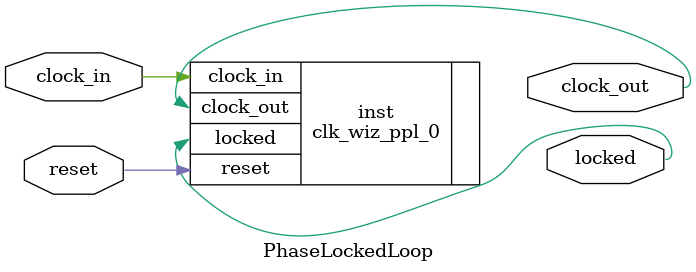
<source format=v>
`timescale 1ns/1ps

module PhaseLockedLoop (
  output  clock_out,
  input   reset,
  output  locked,
  input   clock_in
);

clk_wiz_ppl_0 inst(
  .clock_out(clock_out),
  .reset(reset),
  .locked(locked),
  .clock_in(clock_in)
);

endmodule
</source>
